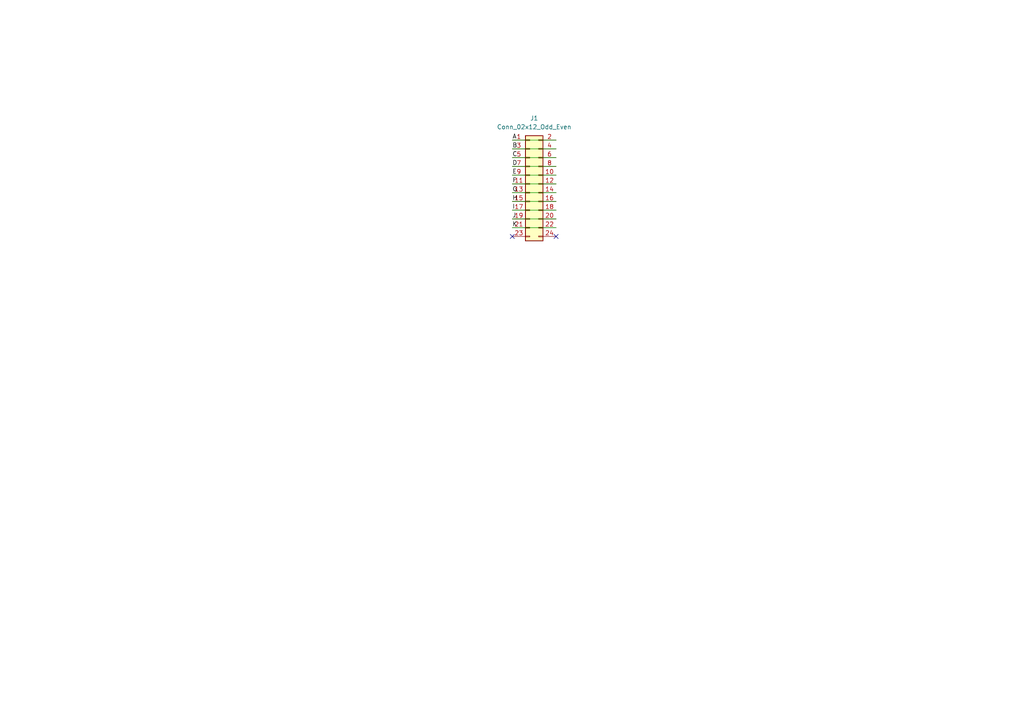
<source format=kicad_sch>
(kicad_sch (version 20231120) (generator "eeschema") (generator_version "8.0")
  (paper "A4")
  (title_block (title "CoilTest") (date "2025-05-26") (rev "0.0"))
  (lib_symbols
    (symbol "Connector_Generic:Conn_02x12_Odd_Even" (pin_names (offset 1.016) hide)
      (property "Reference" "J" (at 1.27 15.24 0))
      (property "Value" "Conn_02x12_Odd_Even" (at 1.27 -17.78 0))
      (symbol "Conn_02x12_Odd_Even_1_1"
        (rectangle (start -1.27 -15.113) (end 0 -15.367) (stroke (width 0.1524)))
        (rectangle (start -1.27 -12.573) (end 0 -12.827) (stroke (width 0.1524)))
        (rectangle (start -1.27 -10.033) (end 0 -10.287) (stroke (width 0.1524)))
        (rectangle (start -1.27 -7.493) (end 0 -7.747) (stroke (width 0.1524)))
        (rectangle (start -1.27 -4.953) (end 0 -5.207) (stroke (width 0.1524)))
        (rectangle (start -1.27 -2.413) (end 0 -2.667) (stroke (width 0.1524)))
        (rectangle (start -1.27 0.127) (end 0 -0.127) (stroke (width 0.1524)))
        (rectangle (start -1.27 2.667) (end 0 2.413) (stroke (width 0.1524)))
        (rectangle (start -1.27 5.207) (end 0 4.953) (stroke (width 0.1524)))
        (rectangle (start -1.27 7.747) (end 0 7.493) (stroke (width 0.1524)))
        (rectangle (start -1.27 10.287) (end 0 10.033) (stroke (width 0.1524)))
        (rectangle (start -1.27 12.827) (end 0 12.573) (stroke (width 0.1524)))
        (rectangle (start -1.27 13.97) (end 3.81 -16.51) (stroke (width 0.254)) (fill (type background)))
        (rectangle (start 3.81 -15.113) (end 2.54 -15.367) (stroke (width 0.1524)))
        (rectangle (start 3.81 -12.573) (end 2.54 -12.827) (stroke (width 0.1524)))
        (rectangle (start 3.81 -10.033) (end 2.54 -10.287) (stroke (width 0.1524)))
        (rectangle (start 3.81 -7.493) (end 2.54 -7.747) (stroke (width 0.1524)))
        (rectangle (start 3.81 -4.953) (end 2.54 -5.207) (stroke (width 0.1524)))
        (rectangle (start 3.81 -2.413) (end 2.54 -2.667) (stroke (width 0.1524)))
        (rectangle (start 3.81 0.127) (end 2.54 -0.127) (stroke (width 0.1524)))
        (rectangle (start 3.81 2.667) (end 2.54 2.413) (stroke (width 0.1524)))
        (rectangle (start 3.81 5.207) (end 2.54 4.953) (stroke (width 0.1524)))
        (rectangle (start 3.81 7.747) (end 2.54 7.493) (stroke (width 0.1524)))
        (rectangle (start 3.81 10.287) (end 2.54 10.033) (stroke (width 0.1524)))
        (rectangle (start 3.81 12.827) (end 2.54 12.573) (stroke (width 0.1524)))
        (pin passive line (at -5.08 12.7 0) (length 3.81) (name "Pin_1") (number "1"))
        (pin passive line (at 7.62 2.54 180) (length 3.81) (name "Pin_10") (number "10"))
        (pin passive line (at -5.08 0 0) (length 3.81) (name "Pin_11") (number "11"))
        (pin passive line (at 7.62 0 180) (length 3.81) (name "Pin_12") (number "12"))
        (pin passive line (at -5.08 -2.54 0) (length 3.81) (name "Pin_13") (number "13"))
        (pin passive line (at 7.62 -2.54 180) (length 3.81) (name "Pin_14") (number "14"))
        (pin passive line (at -5.08 -5.08 0) (length 3.81) (name "Pin_15") (number "15"))
        (pin passive line (at 7.62 -5.08 180) (length 3.81) (name "Pin_16") (number "16"))
        (pin passive line (at -5.08 -7.62 0) (length 3.81) (name "Pin_17") (number "17"))
        (pin passive line (at 7.62 -7.62 180) (length 3.81) (name "Pin_18") (number "18"))
        (pin passive line (at -5.08 -10.16 0) (length 3.81) (name "Pin_19") (number "19"))
        (pin passive line (at 7.62 12.7 180) (length 3.81) (name "Pin_2") (number "2"))
        (pin passive line (at 7.62 -10.16 180) (length 3.81) (name "Pin_20") (number "20"))
        (pin passive line (at -5.08 -12.7 0) (length 3.81) (name "Pin_21") (number "21"))
        (pin passive line (at 7.62 -12.7 180) (length 3.81) (name "Pin_22") (number "22"))
        (pin passive line (at -5.08 -15.24 0) (length 3.81) (name "Pin_23") (number "23"))
        (pin passive line (at 7.62 -15.24 180) (length 3.81) (name "Pin_24") (number "24"))
        (pin passive line (at -5.08 10.16 0) (length 3.81) (name "Pin_3") (number "3"))
        (pin passive line (at 7.62 10.16 180) (length 3.81) (name "Pin_4") (number "4"))
        (pin passive line (at -5.08 7.62 0) (length 3.81) (name "Pin_5") (number "5"))
        (pin passive line (at 7.62 7.62 180) (length 3.81) (name "Pin_6") (number "6"))
        (pin passive line (at -5.08 5.08 0) (length 3.81) (name "Pin_7") (number "7"))
        (pin passive line (at 7.62 5.08 180) (length 3.81) (name "Pin_8") (number "8"))
        (pin passive line (at -5.08 2.54 0) (length 3.81) (name "Pin_9") (number "9"))
      )
    )
  )
  (no_connect (at 161.29 68.58))
  (no_connect (at 148.59 68.58))
  (wire (pts (xy 148.59 53.34) (xy 161.29 53.34)))
  (wire (pts (xy 148.59 60.96) (xy 161.29 60.96)))
  (wire (pts (xy 148.59 55.88) (xy 161.29 55.88)))
  (wire (pts (xy 148.59 45.72) (xy 161.29 45.72)))
  (wire (pts (xy 148.59 63.5) (xy 161.29 63.5)))
  (wire (pts (xy 148.59 40.64) (xy 161.29 40.64)))
  (wire (pts (xy 148.59 48.26) (xy 161.29 48.26)))
  (wire (pts (xy 148.59 58.42) (xy 161.29 58.42)))
  (wire (pts (xy 148.59 50.8) (xy 161.29 50.8)))
  (wire (pts (xy 148.59 43.18) (xy 161.29 43.18)))
  (wire (pts (xy 148.59 66.04) (xy 161.29 66.04)))
  (label "I" (at 148.59 60.96 0))
  (label "G" (at 148.59 55.88 0))
  (label "B" (at 148.59 43.18 0))
  (label "C" (at 148.59 45.72 0))
  (label "J" (at 148.59 63.5 0))
  (label "A" (at 148.59 40.64 0))
  (label "F" (at 148.59 53.34 0))
  (label "H" (at 148.59 58.42 0))
  (label "E" (at 148.59 50.8 0))
  (label "K" (at 148.59 66.04 0))
  (label "D" (at 148.59 48.26 0))
  (symbol (lib_id "Connector_Generic:Conn_02x12_Odd_Even") (at 153.67 53.34 0) (unit 1)
    (property "Reference" "J1" (at 154.94 34.29 0))
    (property "Value" "Conn_02x12_Odd_Even" (at 154.94 36.83 0))
    (property "Footprint" "Connector_PinHeader_2.54mm:PinHeader_2x12_P2.54mm_Vertical" (effects (hide yes)))
    (property "Description" "Generic connector, double row, 02x12, odd/even pin numbering scheme (row 1 odd numbers, row 2 even numbers), script generated (kicad-library-utils/schlib/autogen/connector/)" (effects (hide yes)))
  )
)
</source>
